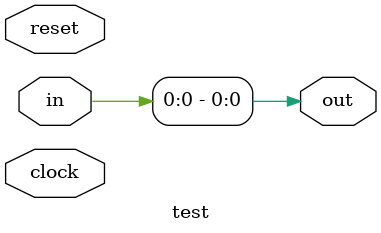
<source format=v>
module test(	// <stdin>:2:10
  input        clock,
               reset,
  input  [2:0] in,
  output       out);

  assign out = in[0];	// <stdin>:2:10, te.scala:14:9
endmodule


</source>
